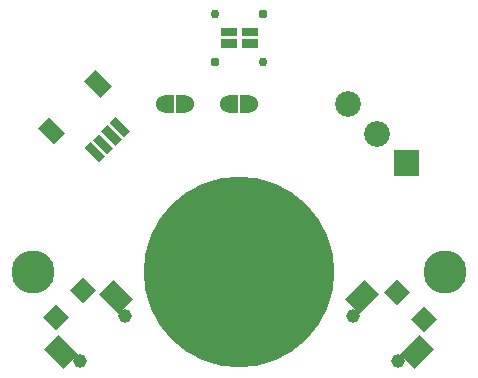
<source format=gbr>
G04 start of page 7 for group -4063 idx -4063 *
G04 Title: (unknown), componentmask *
G04 Creator: pcb 4.0.2 *
G04 CreationDate: Thu Apr 29 14:29:46 2021 UTC *
G04 For: petersen *
G04 Format: Gerber/RS-274X *
G04 PCB-Dimensions (mil): 2500.00 2500.00 *
G04 PCB-Coordinate-Origin: lower left *
%MOIN*%
%FSLAX25Y25*%
%LNTOPMASK*%
%ADD49C,0.0600*%
%ADD48C,0.6360*%
%ADD47C,0.0300*%
%ADD46C,0.0310*%
%ADD45C,0.1438*%
%ADD44C,0.0860*%
%ADD43C,0.0001*%
%ADD42C,0.0454*%
G54D42*X162997Y110175D03*
X177919Y95254D03*
G54D43*G36*
X176444Y165556D02*Y156956D01*
X185044D01*
Y165556D01*
X176444D01*
G37*
G54D44*X171000Y171000D03*
X161257Y180743D03*
G54D42*X72081Y95254D03*
X87003Y110175D03*
G54D45*X56250Y125000D03*
G54D46*X117000Y195000D03*
G54D47*Y211000D03*
G54D45*X193750Y125000D03*
G54D48*X125000D03*
G54D46*X133000Y211000D03*
G54D47*Y195000D03*
G54D43*G36*
X68277Y109955D02*X63955Y114277D01*
X59628Y109950D01*
X63950Y105628D01*
X68277Y109955D01*
G37*
G36*
X77324Y119003D02*X73003Y123324D01*
X68676Y118997D01*
X72997Y114676D01*
X77324Y119003D01*
G37*
G36*
X64787Y103974D02*X59909Y99095D01*
X66458Y92546D01*
X71336Y97425D01*
X64787Y103974D01*
G37*
G36*
X83161Y122347D02*X78283Y117469D01*
X84831Y110920D01*
X89710Y115798D01*
X83161Y122347D01*
G37*
G54D49*X121600Y181000D03*
G54D43*G36*
X124600Y184000D02*X121600D01*
Y178000D01*
X124600D01*
Y184000D01*
G37*
G36*
X118794Y202611D02*Y199649D01*
X124119D01*
Y202611D01*
X118794D01*
G37*
G36*
Y206351D02*Y203389D01*
X124119D01*
Y206351D01*
X118794D01*
G37*
G54D49*X128400Y181000D03*
G54D43*G36*
Y184000D02*X125400D01*
Y178000D01*
X128400D01*
Y184000D01*
G37*
G36*
X125881Y202611D02*Y199649D01*
X131206D01*
Y202611D01*
X125881D01*
G37*
G36*
Y206351D02*Y203389D01*
X131206D01*
Y206351D01*
X125881D01*
G37*
G54D49*X100100Y181000D03*
G54D43*G36*
X103100Y184000D02*X100100D01*
Y178000D01*
X103100D01*
Y184000D01*
G37*
G54D49*X106900Y181000D03*
G54D43*G36*
Y184000D02*X103900D01*
Y178000D01*
X106900D01*
Y184000D01*
G37*
G36*
X83854Y176592D02*X81759Y174498D01*
X86498Y169759D01*
X88592Y171854D01*
X83854Y176592D01*
G37*
G36*
X81070Y173809D02*X78975Y171714D01*
X83714Y166975D01*
X85809Y169070D01*
X81070Y173809D01*
G37*
G36*
X78286Y171025D02*X76191Y168930D01*
X80930Y164191D01*
X83025Y166286D01*
X78286Y171025D01*
G37*
G36*
X61582Y176593D02*X57818Y172828D01*
X63253Y167393D01*
X67017Y171157D01*
X61582Y176593D01*
G37*
G36*
X75502Y168241D02*X73408Y166146D01*
X78146Y161408D01*
X80241Y163502D01*
X75502Y168241D01*
G37*
G36*
X77172Y192182D02*X73407Y188418D01*
X78843Y182983D01*
X82607Y186747D01*
X77172Y192182D01*
G37*
G36*
X177693Y122628D02*X173372Y118307D01*
X177699Y113979D01*
X182021Y118301D01*
X177693Y122628D01*
G37*
G36*
X186741Y113581D02*X182419Y109259D01*
X186746Y104932D01*
X191068Y109254D01*
X186741Y113581D01*
G37*
G36*
X171717Y117469D02*X166839Y122347D01*
X160290Y115798D01*
X165169Y110920D01*
X171717Y117469D01*
G37*
G36*
X190091Y99095D02*X185213Y103974D01*
X178664Y97425D01*
X183542Y92546D01*
X190091Y99095D01*
G37*
M02*

</source>
